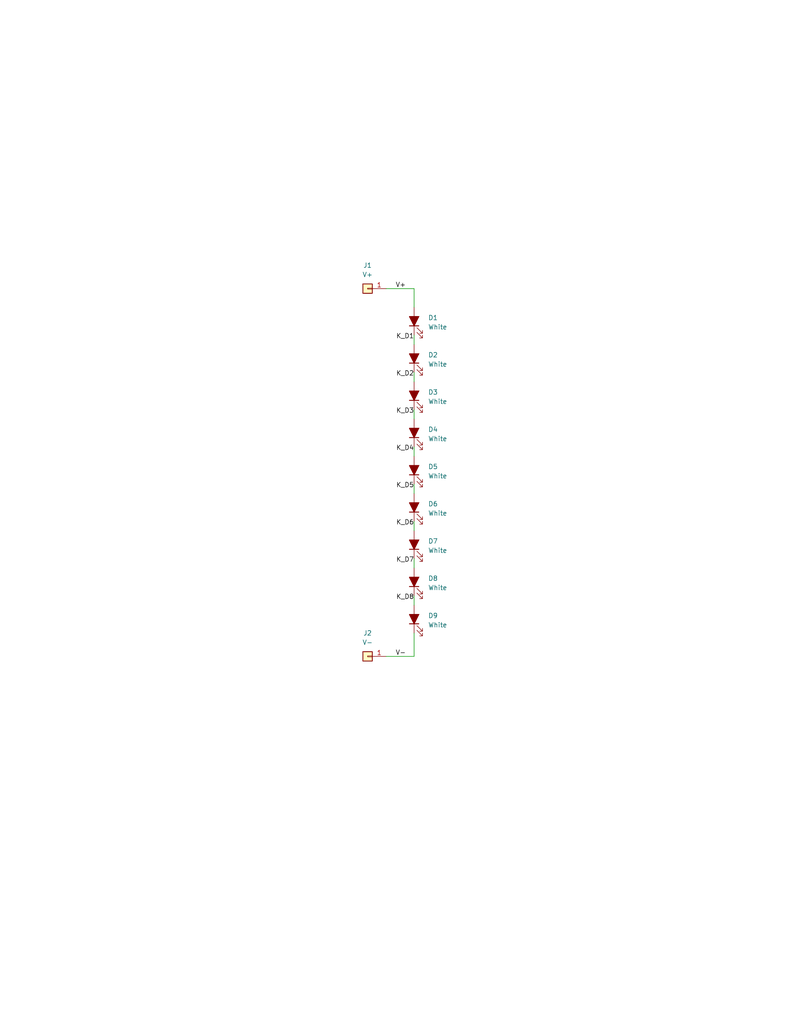
<source format=kicad_sch>
(kicad_sch (version 20250114) (generator "eeschema") (generator_version "9.0")
  (paper "A" portrait)
  (title_block (title "${PROJECTNAME}") (date "2025-08-09") (rev "${REV_SCH}") (comment 1 "Isaac Rex"))
  (lib_symbols
    (symbol "Connector_Generic:Conn_01x01" (pin_names (offset 1.016) (hide yes))
      (property "Reference" "J" (at 0 2.54 0))
      (property "Value" "Conn_01x01" (at 0 -2.54 0))
      (symbol "Conn_01x01_1_1"
        (rectangle (start -1.27 1.27) (end 1.27 -1.27) (stroke (width 0.254)) (fill (type background)))
        (rectangle (start -1.27 0.127) (end 0 -0.127) (stroke (width 0.1524)))
        (pin passive line (at -5.08 0 0) (length 3.81) (name "Pin_1") (number "1"))
      )
    )
    (symbol "Device:LED_Filled" (pin_numbers (hide yes)) (pin_names (offset 1.016) (hide yes))
      (property "Reference" "D" (at 0 2.54 0))
      (property "Value" "LED_Filled" (at 0 -2.54 0))
      (property "Sim.Pins" "1=K 2=A" (at 0 0 0))
      (symbol "LED_Filled_0_1"
        (polyline (pts (xy -3.048 -0.762) (xy -4.572 -2.286) (xy -3.81 -2.286) (xy -4.572 -2.286) (xy -4.572 -1.524)))
        (polyline (pts (xy -1.778 -0.762) (xy -3.302 -2.286) (xy -2.54 -2.286) (xy -3.302 -2.286) (xy -3.302 -1.524)))
        (polyline (pts (xy -1.27 0) (xy 1.27 0)))
        (polyline (pts (xy -1.27 -1.27) (xy -1.27 1.27)) (stroke (width 0.254)))
        (polyline (pts (xy 1.27 -1.27) (xy 1.27 1.27) (xy -1.27 0) (xy 1.27 -1.27)) (stroke (width 0.254)) (fill (type outline)))
      )
      (symbol "LED_Filled_1_1"
        (pin passive line (at -3.81 0 0) (length 2.54) (name "K") (number "1"))
        (pin passive line (at 3.81 0 180) (length 2.54) (name "A") (number "2"))
      )
    )
  )
  (wire (pts (xy 113.03 78.74) (xy 113.03 83.82)))
  (wire (pts (xy 113.03 152.4) (xy 113.03 154.94)))
  (wire (pts (xy 113.03 132.08) (xy 113.03 134.62)))
  (wire (pts (xy 105.41 78.74) (xy 113.03 78.74)))
  (wire (pts (xy 113.03 101.6) (xy 113.03 104.14)))
  (wire (pts (xy 105.41 179.07) (xy 113.03 179.07)))
  (wire (pts (xy 113.03 91.44) (xy 113.03 93.98)))
  (wire (pts (xy 113.03 111.76) (xy 113.03 114.3)))
  (wire (pts (xy 113.03 172.72) (xy 113.03 179.07)))
  (wire (pts (xy 113.03 121.92) (xy 113.03 124.46)))
  (wire (pts (xy 113.03 142.24) (xy 113.03 144.78)))
  (wire (pts (xy 113.03 162.56) (xy 113.03 165.1)))
  (label "K_D5" (at 113.03 133.35 180))
  (label "V+" (at 107.95 78.74 0))
  (label "K_D3" (at 113.03 113.03 180))
  (label "K_D8" (at 113.03 163.83 180))
  (label "K_D6" (at 113.03 143.51 180))
  (label "V-" (at 107.95 179.07 0))
  (label "K_D4" (at 113.03 123.19 180))
  (label "K_D2" (at 113.03 102.87 180))
  (label "K_D1" (at 113.03 92.71 180))
  (label "K_D7" (at 113.03 153.67 180))
  (symbol (lib_id "Device:LED_Filled") (at 113.03 87.63 90) (unit 1)
    (property "Reference" "D1" (at 116.84 86.6774 90) (effects (justify right)))
    (property "Value" "White" (at 116.84 89.2174 90) (effects (justify right)))
    (property "Footprint" "irex_LED_SMD:LED_Cree_J-Series_SMD2835_2.8x3.5mm" (effects (hide yes)))
    (property "Datasheet" "https://downloads.cree-led.com/files/ds/j/JSeries-2835-3V-Consolidated.pdf" (effects (hide yes)))
    (property "Description" "Light emitting diode, filled shape" (effects (hide yes)))
    (property "Sim.Pins" "1=K 2=A" (effects (hide yes)))
    (property "MPN" "JB2835AWT-W-H40GA0000-N0000001" (effects (hide yes)))
    (property "DigiKey PN" "2138-JB2835AWT-W-H40GA0000-N0000001CT-ND" (effects (hide yes)))
  )
  (symbol (lib_id "Device:LED_Filled") (at 113.03 97.79 90) (unit 1)
    (property "Reference" "D2" (at 116.84 96.8374 90) (effects (justify right)))
    (property "Value" "White" (at 116.84 99.3774 90) (effects (justify right)))
    (property "Footprint" "irex_LED_SMD:LED_Cree_J-Series_SMD2835_2.8x3.5mm" (effects (hide yes)))
    (property "Datasheet" "https://downloads.cree-led.com/files/ds/j/JSeries-2835-3V-Consolidated.pdf" (effects (hide yes)))
    (property "Description" "Light emitting diode, filled shape" (effects (hide yes)))
    (property "Sim.Pins" "1=K 2=A" (effects (hide yes)))
    (property "MPN" "JB2835AWT-W-H40GA0000-N0000001" (effects (hide yes)))
    (property "DigiKey PN" "2138-JB2835AWT-W-H40GA0000-N0000001CT-ND" (effects (hide yes)))
  )
  (symbol (lib_id "Device:LED_Filled") (at 113.03 128.27 90) (unit 1)
    (property "Reference" "D5" (at 116.84 127.3174 90) (effects (justify right)))
    (property "Value" "White" (at 116.84 129.8574 90) (effects (justify right)))
    (property "Footprint" "irex_LED_SMD:LED_Cree_J-Series_SMD2835_2.8x3.5mm" (effects (hide yes)))
    (property "Datasheet" "https://downloads.cree-led.com/files/ds/j/JSeries-2835-3V-Consolidated.pdf" (effects (hide yes)))
    (property "Description" "Light emitting diode, filled shape" (effects (hide yes)))
    (property "Sim.Pins" "1=K 2=A" (effects (hide yes)))
    (property "MPN" "JB2835AWT-W-H40GA0000-N0000001" (effects (hide yes)))
    (property "DigiKey PN" "2138-JB2835AWT-W-H40GA0000-N0000001CT-ND" (effects (hide yes)))
  )
  (symbol (lib_id "Device:LED_Filled") (at 113.03 158.75 90) (unit 1)
    (property "Reference" "D8" (at 116.84 157.7974 90) (effects (justify right)))
    (property "Value" "White" (at 116.84 160.3374 90) (effects (justify right)))
    (property "Footprint" "irex_LED_SMD:LED_Cree_J-Series_SMD2835_2.8x3.5mm" (effects (hide yes)))
    (property "Datasheet" "https://downloads.cree-led.com/files/ds/j/JSeries-2835-3V-Consolidated.pdf" (effects (hide yes)))
    (property "Description" "Light emitting diode, filled shape" (effects (hide yes)))
    (property "Sim.Pins" "1=K 2=A" (effects (hide yes)))
    (property "MPN" "JB2835AWT-W-H40GA0000-N0000001" (effects (hide yes)))
    (property "DigiKey PN" "2138-JB2835AWT-W-H40GA0000-N0000001CT-ND" (effects (hide yes)))
  )
  (symbol (lib_id "Device:LED_Filled") (at 113.03 118.11 90) (unit 1)
    (property "Reference" "D4" (at 116.84 117.1574 90) (effects (justify right)))
    (property "Value" "White" (at 116.84 119.6974 90) (effects (justify right)))
    (property "Footprint" "irex_LED_SMD:LED_Cree_J-Series_SMD2835_2.8x3.5mm" (effects (hide yes)))
    (property "Datasheet" "https://downloads.cree-led.com/files/ds/j/JSeries-2835-3V-Consolidated.pdf" (effects (hide yes)))
    (property "Description" "Light emitting diode, filled shape" (effects (hide yes)))
    (property "Sim.Pins" "1=K 2=A" (effects (hide yes)))
    (property "MPN" "JB2835AWT-W-H40GA0000-N0000001" (effects (hide yes)))
    (property "DigiKey PN" "2138-JB2835AWT-W-H40GA0000-N0000001CT-ND" (effects (hide yes)))
  )
  (symbol (lib_id "Device:LED_Filled") (at 113.03 107.95 90) (unit 1)
    (property "Reference" "D3" (at 116.84 106.9974 90) (effects (justify right)))
    (property "Value" "White" (at 116.84 109.5374 90) (effects (justify right)))
    (property "Footprint" "irex_LED_SMD:LED_Cree_J-Series_SMD2835_2.8x3.5mm" (effects (hide yes)))
    (property "Datasheet" "https://downloads.cree-led.com/files/ds/j/JSeries-2835-3V-Consolidated.pdf" (effects (hide yes)))
    (property "Description" "Light emitting diode, filled shape" (effects (hide yes)))
    (property "Sim.Pins" "1=K 2=A" (effects (hide yes)))
    (property "MPN" "JB2835AWT-W-H40GA0000-N0000001" (effects (hide yes)))
    (property "DigiKey PN" "2138-JB2835AWT-W-H40GA0000-N0000001CT-ND" (effects (hide yes)))
  )
  (symbol (lib_id "Device:LED_Filled") (at 113.03 148.59 90) (unit 1)
    (property "Reference" "D7" (at 116.84 147.6374 90) (effects (justify right)))
    (property "Value" "White" (at 116.84 150.1774 90) (effects (justify right)))
    (property "Footprint" "irex_LED_SMD:LED_Cree_J-Series_SMD2835_2.8x3.5mm" (effects (hide yes)))
    (property "Datasheet" "https://downloads.cree-led.com/files/ds/j/JSeries-2835-3V-Consolidated.pdf" (effects (hide yes)))
    (property "Description" "Light emitting diode, filled shape" (effects (hide yes)))
    (property "Sim.Pins" "1=K 2=A" (effects (hide yes)))
    (property "MPN" "JB2835AWT-W-H40GA0000-N0000001" (effects (hide yes)))
    (property "DigiKey PN" "2138-JB2835AWT-W-H40GA0000-N0000001CT-ND" (effects (hide yes)))
  )
  (symbol (lib_id "Connector_Generic:Conn_01x01") (at 100.33 179.07 180) (unit 1) (in_bom no)
    (property "Reference" "J2" (at 100.33 172.72 0))
    (property "Value" "V-" (at 100.33 175.26 0))
    (property "Footprint" "TestPoint:TestPoint_Pad_2.0x2.0mm" (effects (hide yes)))
    (property "Description" "Generic connector, single row, 01x01, script generated (kicad-library-utils/schlib/autogen/connector/)" (effects (hide yes)))
  )
  (symbol (lib_id "Device:LED_Filled") (at 113.03 138.43 90) (unit 1)
    (property "Reference" "D6" (at 116.84 137.4774 90) (effects (justify right)))
    (property "Value" "White" (at 116.84 140.0174 90) (effects (justify right)))
    (property "Footprint" "irex_LED_SMD:LED_Cree_J-Series_SMD2835_2.8x3.5mm" (effects (hide yes)))
    (property "Datasheet" "https://downloads.cree-led.com/files/ds/j/JSeries-2835-3V-Consolidated.pdf" (effects (hide yes)))
    (property "Description" "Light emitting diode, filled shape" (effects (hide yes)))
    (property "Sim.Pins" "1=K 2=A" (effects (hide yes)))
    (property "MPN" "JB2835AWT-W-H40GA0000-N0000001" (effects (hide yes)))
    (property "DigiKey PN" "2138-JB2835AWT-W-H40GA0000-N0000001CT-ND" (effects (hide yes)))
  )
  (symbol (lib_id "Connector_Generic:Conn_01x01") (at 100.33 78.74 180) (unit 1) (in_bom no)
    (property "Reference" "J1" (at 100.33 72.39 0))
    (property "Value" "V+" (at 100.33 74.93 0))
    (property "Footprint" "TestPoint:TestPoint_Pad_2.0x2.0mm" (effects (hide yes)))
    (property "Description" "Generic connector, single row, 01x01, script generated (kicad-library-utils/schlib/autogen/connector/)" (effects (hide yes)))
  )
  (symbol (lib_id "Device:LED_Filled") (at 113.03 168.91 90) (unit 1)
    (property "Reference" "D9" (at 116.84 167.9574 90) (effects (justify right)))
    (property "Value" "White" (at 116.84 170.4974 90) (effects (justify right)))
    (property "Footprint" "irex_LED_SMD:LED_Cree_J-Series_SMD2835_2.8x3.5mm" (effects (hide yes)))
    (property "Datasheet" "https://downloads.cree-led.com/files/ds/j/JSeries-2835-3V-Consolidated.pdf" (effects (hide yes)))
    (property "Description" "Light emitting diode, filled shape" (effects (hide yes)))
    (property "Sim.Pins" "1=K 2=A" (effects (hide yes)))
    (property "MPN" "JB2835AWT-W-H40GA0000-N0000001" (effects (hide yes)))
    (property "DigiKey PN" "2138-JB2835AWT-W-H40GA0000-N0000001CT-ND" (effects (hide yes)))
  )
)
</source>
